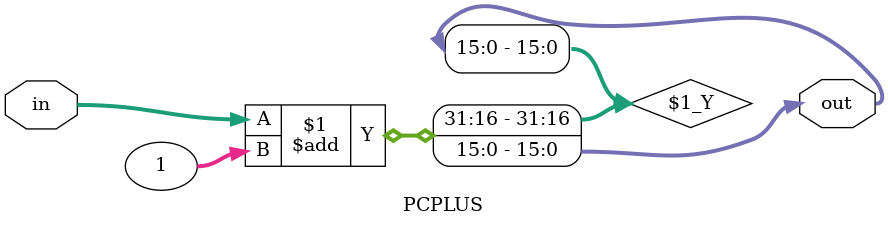
<source format=v>
module PCPLUS(
  input[15:0] in,
  output[15:0] out
); 
  assign out=in+1;
endmodule

</source>
